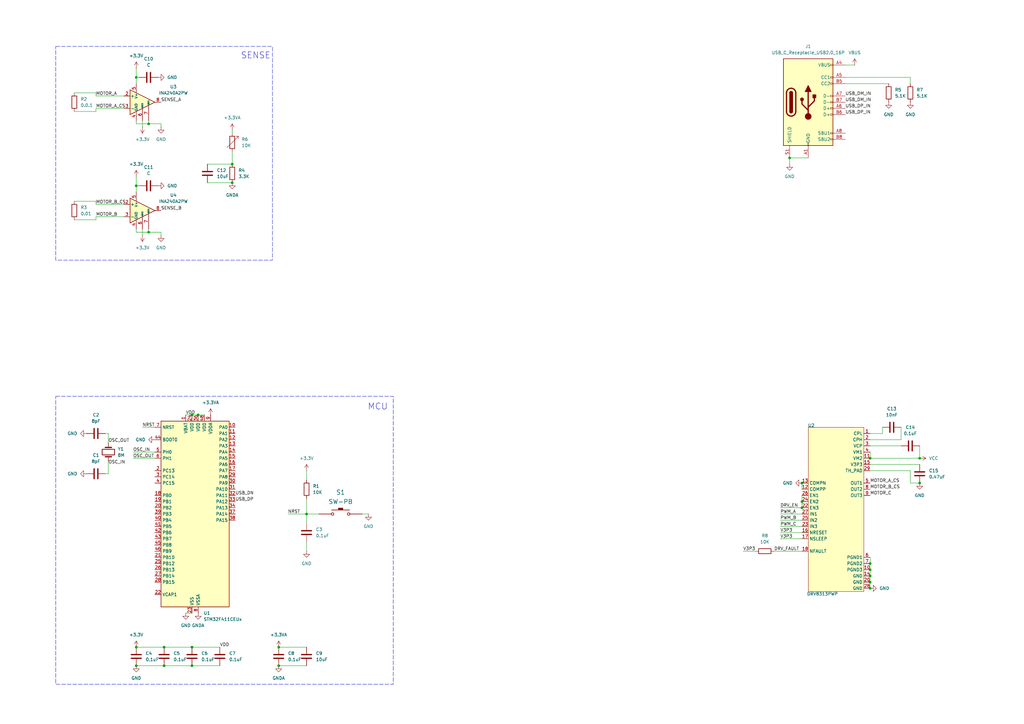
<source format=kicad_sch>
(kicad_sch (version 20231120) (generator "eeschema") (generator_version "8.0")
  (paper "A3")
  (lib_symbols
    (symbol "Amplifier_Current:INA240A2PW" (pin_names (offset 0.127))
      (property "Reference" "U" (at 3.81 3.81 0))
      (property "Value" "INA240A2PW" (at 3.81 -2.54 0))
      (symbol "INA240A2PW_0_1"
        (polyline (pts (xy 5.08 0) (xy -5.08 5.08) (xy -5.08 -5.08) (xy 5.08 0)) (stroke (width 0.254)) (fill (type background)))
      )
      (symbol "INA240A2PW_1_1"
        (pin passive line (at -2.54 -7.62 90) (length 3.81) hide (name "GND") (number "1"))
        (pin input line (at -7.62 2.54 0) (length 2.54) (name "+") (number "2"))
        (pin input line (at -7.62 -2.54 0) (length 2.54) (name "-") (number "3"))
        (pin power_in line (at -2.54 -7.62 90) (length 3.81) (name "GND") (number "4"))
        (pin power_in line (at -2.54 7.62 270) (length 3.81) (name "V+") (number "5"))
        (pin passive line (at 0 -7.62 90) (length 5.08) (name "REF2") (number "6"))
        (pin passive line (at 2.54 -7.62 90) (length 6.35) (name "REF1") (number "7"))
        (pin output line (at 7.62 0 180) (length 2.54) (name "~") (number "8"))
      )
    )
    (symbol "Connector:USB_C_Receptacle_USB2.0_16P" (pin_names (offset 1.016))
      (property "Reference" "J" (at 0 22.225 0))
      (property "Value" "USB_C_Receptacle_USB2.0_16P" (at 0 19.685 0))
      (symbol "USB_C_Receptacle_USB2.0_16P_0_0"
        (rectangle (start -0.254 -17.78) (end 0.254 -16.764))
        (rectangle (start 10.16 -14.986) (end 9.144 -15.494))
        (rectangle (start 10.16 -12.446) (end 9.144 -12.954))
        (rectangle (start 10.16 -4.826) (end 9.144 -5.334))
        (rectangle (start 10.16 -2.286) (end 9.144 -2.794))
        (rectangle (start 10.16 0.254) (end 9.144 -0.254))
        (rectangle (start 10.16 2.794) (end 9.144 2.286))
        (rectangle (start 10.16 7.874) (end 9.144 7.366))
        (rectangle (start 10.16 10.414) (end 9.144 9.906))
        (rectangle (start 10.16 15.494) (end 9.144 14.986))
      )
      (symbol "USB_C_Receptacle_USB2.0_16P_0_1"
        (rectangle (start -10.16 17.78) (end 10.16 -17.78) (stroke (width 0.254)) (fill (type background)))
        (arc (start -8.89 -3.81) (mid -6.985 -5.7067) (end -5.08 -3.81) (stroke (width 0.508)))
        (arc (start -7.62 -3.81) (mid -6.985 -4.4423) (end -6.35 -3.81) (stroke (width 0.254)))
        (arc (start -7.62 -3.81) (mid -6.985 -4.4423) (end -6.35 -3.81) (stroke (width 0.254)) (fill (type outline)))
        (rectangle (start -7.62 -3.81) (end -6.35 3.81) (stroke (width 0.254)) (fill (type outline)))
        (arc (start -6.35 3.81) (mid -6.985 4.4423) (end -7.62 3.81) (stroke (width 0.254)))
        (arc (start -6.35 3.81) (mid -6.985 4.4423) (end -7.62 3.81) (stroke (width 0.254)) (fill (type outline)))
        (arc (start -5.08 3.81) (mid -6.985 5.7067) (end -8.89 3.81) (stroke (width 0.508)))
        (circle (center -2.54 1.143) (radius 0.635) (stroke (width 0.254)) (fill (type outline)))
        (circle (center 0 -5.842) (radius 1.27) (fill (type outline)))
        (polyline (pts (xy -8.89 -3.81) (xy -8.89 3.81)) (stroke (width 0.508)))
        (polyline (pts (xy -5.08 3.81) (xy -5.08 -3.81)) (stroke (width 0.508)))
        (polyline (pts (xy 0 -5.842) (xy 0 4.318)) (stroke (width 0.508)))
        (polyline (pts (xy 0 -3.302) (xy -2.54 -0.762) (xy -2.54 0.508)) (stroke (width 0.508)))
        (polyline (pts (xy 0 -2.032) (xy 2.54 0.508) (xy 2.54 1.778)) (stroke (width 0.508)))
        (polyline (pts (xy -1.27 4.318) (xy 0 6.858) (xy 1.27 4.318) (xy -1.27 4.318)) (stroke (width 0.254)) (fill (type outline)))
        (rectangle (start 1.905 1.778) (end 3.175 3.048) (stroke (width 0.254)) (fill (type outline)))
      )
      (symbol "USB_C_Receptacle_USB2.0_16P_1_1"
        (pin passive line (at 0 -22.86 90) (length 5.08) (name "GND") (number "A1"))
        (pin passive line (at 0 -22.86 90) (length 5.08) hide (name "GND") (number "A12"))
        (pin passive line (at 15.24 15.24 180) (length 5.08) (name "VBUS") (number "A4"))
        (pin bidirectional line (at 15.24 10.16 180) (length 5.08) (name "CC1") (number "A5"))
        (pin bidirectional line (at 15.24 -2.54 180) (length 5.08) (name "D+") (number "A6"))
        (pin bidirectional line (at 15.24 2.54 180) (length 5.08) (name "D-") (number "A7"))
        (pin bidirectional line (at 15.24 -12.7 180) (length 5.08) (name "SBU1") (number "A8"))
        (pin passive line (at 15.24 15.24 180) (length 5.08) hide (name "VBUS") (number "A9"))
        (pin passive line (at 0 -22.86 90) (length 5.08) hide (name "GND") (number "B1"))
        (pin passive line (at 0 -22.86 90) (length 5.08) hide (name "GND") (number "B12"))
        (pin passive line (at 15.24 15.24 180) (length 5.08) hide (name "VBUS") (number "B4"))
        (pin bidirectional line (at 15.24 7.62 180) (length 5.08) (name "CC2") (number "B5"))
        (pin bidirectional line (at 15.24 -5.08 180) (length 5.08) (name "D+") (number "B6"))
        (pin bidirectional line (at 15.24 0 180) (length 5.08) (name "D-") (number "B7"))
        (pin bidirectional line (at 15.24 -15.24 180) (length 5.08) (name "SBU2") (number "B8"))
        (pin passive line (at 15.24 15.24 180) (length 5.08) hide (name "VBUS") (number "B9"))
        (pin passive line (at -7.62 -22.86 90) (length 5.08) (name "SHIELD") (number "S1"))
      )
    )
    (symbol "Device:C" (pin_numbers hide) (pin_names (offset 0.254))
      (property "Reference" "C" (at 0.635 2.54 0))
      (property "Value" "C" (at 0.635 -2.54 0))
      (symbol "C_0_1"
        (polyline (pts (xy -2.032 -0.762) (xy 2.032 -0.762)) (stroke (width 0.508)))
        (polyline (pts (xy -2.032 0.762) (xy 2.032 0.762)) (stroke (width 0.508)))
      )
      (symbol "C_1_1"
        (pin passive line (at 0 3.81 270) (length 2.794) (name "~") (number "1"))
        (pin passive line (at 0 -3.81 90) (length 2.794) (name "~") (number "2"))
      )
    )
    (symbol "Device:Crystal" (pin_numbers hide) (pin_names (offset 1.016) hide)
      (property "Reference" "Y" (at 0 3.81 0))
      (property "Value" "Crystal" (at 0 -3.81 0))
      (symbol "Crystal_0_1"
        (rectangle (start -1.143 2.54) (end 1.143 -2.54) (stroke (width 0.3048)))
        (polyline (pts (xy -2.54 0) (xy -1.905 0)))
        (polyline (pts (xy -1.905 -1.27) (xy -1.905 1.27)) (stroke (width 0.508)))
        (polyline (pts (xy 1.905 -1.27) (xy 1.905 1.27)) (stroke (width 0.508)))
        (polyline (pts (xy 2.54 0) (xy 1.905 0)))
      )
      (symbol "Crystal_1_1"
        (pin passive line (at -3.81 0 0) (length 1.27) (name "1") (number "1"))
        (pin passive line (at 3.81 0 180) (length 1.27) (name "2") (number "2"))
      )
    )
    (symbol "Device:R" (pin_numbers hide) (pin_names (offset 0))
      (property "Reference" "R" (at 2.032 0 90))
      (property "Value" "R" (at 0 0 90))
      (symbol "R_0_1"
        (rectangle (start -1.016 -2.54) (end 1.016 2.54) (stroke (width 0.254)))
      )
      (symbol "R_1_1"
        (pin passive line (at 0 3.81 270) (length 1.27) (name "~") (number "1"))
        (pin passive line (at 0 -3.81 90) (length 1.27) (name "~") (number "2"))
      )
    )
    (symbol "Device:R_Variable" (pin_numbers hide) (pin_names (offset 0))
      (property "Reference" "R" (at 2.54 -2.54 90))
      (property "Value" "R_Variable" (at -2.54 -1.27 90))
      (symbol "R_Variable_0_1"
        (rectangle (start -1.016 -2.54) (end 1.016 2.54) (stroke (width 0.254)))
        (polyline (pts (xy 2.54 1.524) (xy 2.54 2.54) (xy 1.524 2.54) (xy 2.54 2.54) (xy -2.032 -2.032)))
      )
      (symbol "R_Variable_1_1"
        (pin passive line (at 0 3.81 270) (length 1.27) (name "~") (number "1"))
        (pin passive line (at 0 -3.81 90) (length 1.27) (name "~") (number "2"))
      )
    )
    (symbol "MCU_ST_STM32F4:STM32F411CEUx"
      (property "Reference" "U" (at -12.7 39.37 0))
      (property "Value" "STM32F411CEUx" (at 10.16 39.37 0))
      (symbol "STM32F411CEUx_0_1"
        (rectangle (start -12.7 -38.1) (end 15.24 38.1) (stroke (width 0.254)) (fill (type background)))
      )
      (symbol "STM32F411CEUx_1_1"
        (pin power_in line (at -2.54 40.64 270) (length 2.54) (name "VBAT") (number "1"))
        (pin bidirectional line (at 17.78 35.56 180) (length 2.54) (name "PA0") (number "10"))
        (pin bidirectional line (at 17.78 33.02 180) (length 2.54) (name "PA1") (number "11"))
        (pin bidirectional line (at 17.78 30.48 180) (length 2.54) (name "PA2") (number "12"))
        (pin bidirectional line (at 17.78 27.94 180) (length 2.54) (name "PA3") (number "13"))
        (pin bidirectional line (at 17.78 25.4 180) (length 2.54) (name "PA4") (number "14"))
        (pin bidirectional line (at 17.78 22.86 180) (length 2.54) (name "PA5") (number "15"))
        (pin bidirectional line (at 17.78 20.32 180) (length 2.54) (name "PA6") (number "16"))
        (pin bidirectional line (at 17.78 17.78 180) (length 2.54) (name "PA7") (number "17"))
        (pin bidirectional line (at -15.24 7.62 0) (length 2.54) (name "PB0") (number "18"))
        (pin bidirectional line (at -15.24 5.08 0) (length 2.54) (name "PB1") (number "19"))
        (pin bidirectional line (at -15.24 17.78 0) (length 2.54) (name "PC13") (number "2"))
        (pin bidirectional line (at -15.24 2.54 0) (length 2.54) (name "PB2") (number "20"))
        (pin bidirectional line (at -15.24 -17.78 0) (length 2.54) (name "PB10") (number "21"))
        (pin power_out line (at -15.24 -33.02 0) (length 2.54) (name "VCAP1") (number "22"))
        (pin power_in line (at 0 -40.64 90) (length 2.54) (name "VSS") (number "23"))
        (pin power_in line (at 0 40.64 270) (length 2.54) (name "VDD") (number "24"))
        (pin bidirectional line (at -15.24 -20.32 0) (length 2.54) (name "PB12") (number "25"))
        (pin bidirectional line (at -15.24 -22.86 0) (length 2.54) (name "PB13") (number "26"))
        (pin bidirectional line (at -15.24 -25.4 0) (length 2.54) (name "PB14") (number "27"))
        (pin bidirectional line (at -15.24 -27.94 0) (length 2.54) (name "PB15") (number "28"))
        (pin bidirectional line (at 17.78 15.24 180) (length 2.54) (name "PA8") (number "29"))
        (pin bidirectional line (at -15.24 15.24 0) (length 2.54) (name "PC14") (number "3"))
        (pin bidirectional line (at 17.78 12.7 180) (length 2.54) (name "PA9") (number "30"))
        (pin bidirectional line (at 17.78 10.16 180) (length 2.54) (name "PA10") (number "31"))
        (pin bidirectional line (at 17.78 7.62 180) (length 2.54) (name "PA11") (number "32"))
        (pin bidirectional line (at 17.78 5.08 180) (length 2.54) (name "PA12") (number "33"))
        (pin bidirectional line (at 17.78 2.54 180) (length 2.54) (name "PA13") (number "34"))
        (pin passive line (at 0 -40.64 90) (length 2.54) hide (name "VSS") (number "35"))
        (pin power_in line (at 2.54 40.64 270) (length 2.54) (name "VDD") (number "36"))
        (pin bidirectional line (at 17.78 0 180) (length 2.54) (name "PA14") (number "37"))
        (pin bidirectional line (at 17.78 -2.54 180) (length 2.54) (name "PA15") (number "38"))
        (pin bidirectional line (at -15.24 0 0) (length 2.54) (name "PB3") (number "39"))
        (pin bidirectional line (at -15.24 12.7 0) (length 2.54) (name "PC15") (number "4"))
        (pin bidirectional line (at -15.24 -2.54 0) (length 2.54) (name "PB4") (number "40"))
        (pin bidirectional line (at -15.24 -5.08 0) (length 2.54) (name "PB5") (number "41"))
        (pin bidirectional line (at -15.24 -7.62 0) (length 2.54) (name "PB6") (number "42"))
        (pin bidirectional line (at -15.24 -10.16 0) (length 2.54) (name "PB7") (number "43"))
        (pin input line (at -15.24 30.48 0) (length 2.54) (name "BOOT0") (number "44"))
        (pin bidirectional line (at -15.24 -12.7 0) (length 2.54) (name "PB8") (number "45"))
        (pin bidirectional line (at -15.24 -15.24 0) (length 2.54) (name "PB9") (number "46"))
        (pin passive line (at 0 -40.64 90) (length 2.54) hide (name "VSS") (number "47"))
        (pin power_in line (at 5.08 40.64 270) (length 2.54) (name "VDD") (number "48"))
        (pin passive line (at 0 -40.64 90) (length 2.54) hide (name "VSS") (number "49"))
        (pin bidirectional line (at -15.24 25.4 0) (length 2.54) (name "PH0") (number "5"))
        (pin bidirectional line (at -15.24 22.86 0) (length 2.54) (name "PH1") (number "6"))
        (pin input line (at -15.24 35.56 0) (length 2.54) (name "NRST") (number "7"))
        (pin power_in line (at 2.54 -40.64 90) (length 2.54) (name "VSSA") (number "8"))
        (pin power_in line (at 7.62 40.64 270) (length 2.54) (name "VDDA") (number "9"))
      )
    )
    (symbol "my_lib:DRV8313PWP"
      (property "Reference" "U" (at 0.508 1.016 0))
      (property "Value" "DRV8313PWP" (at 5.842 -68.58 0))
      (symbol "DRV8313PWP_0_1"
        (rectangle (start 0 0) (end 22.86 -67.31) (fill (type background)))
      )
      (symbol "DRV8313PWP_1_1"
        (pin passive line (at 25.4 -2.54 180) (length 2.54) (name "CPL") (number "1"))
        (pin passive line (at 25.4 -58.42 180) (length 2.54) (name "PGND3") (number "10"))
        (pin passive line (at 25.4 -12.7 180) (length 2.54) (name "VM2") (number "11"))
        (pin input line (at -2.54 -25.4 0) (length 2.54) (name "COMPP") (number "12"))
        (pin input line (at -2.54 -22.86 0) (length 2.54) (name "COMPN") (number "13"))
        (pin passive line (at 25.4 -60.96 180) (length 2.54) (name "GND") (number "14"))
        (pin passive line (at 25.4 -15.24 180) (length 2.54) (name "V3P3") (number "15"))
        (pin input line (at -2.54 -43.18 0) (length 2.54) (name "NRESET") (number "16"))
        (pin input line (at -2.54 -45.72 0) (length 2.54) (name "NSLEEP") (number "17"))
        (pin bidirectional line (at -2.54 -50.8 0) (length 2.54) (name "NFAULT") (number "18"))
        (pin passive line (at 25.4 -5.08 180) (length 2.54) (name "CPH") (number "2"))
        (pin passive line (at 25.4 -63.5 180) (length 2.54) (name "GND") (number "20"))
        (pin input line (at -2.54 -33.02 0) (length 2.54) (name "EN3") (number "22"))
        (pin input line (at -2.54 -40.64 0) (length 2.54) (name "IN3") (number "23"))
        (pin input line (at -2.54 -30.48 0) (length 2.54) (name "EN2") (number "24"))
        (pin input line (at -2.54 -38.1 0) (length 2.54) (name "IN2") (number "25"))
        (pin input line (at -2.54 -27.94 0) (length 2.54) (name "EN1") (number "26"))
        (pin input line (at -2.54 -35.56 0) (length 2.54) (name "IN1") (number "27"))
        (pin passive line (at 25.4 -66.04 180) (length 2.54) (name "GND") (number "28"))
        (pin passive line (at 25.4 -17.78 180) (length 2.54) (name "TH_PAD") (number "29"))
        (pin passive line (at 25.4 -7.62 180) (length 2.54) (name "VCP") (number "3"))
        (pin passive line (at 25.4 -10.16 180) (length 2.54) (name "VM1") (number "4"))
        (pin output line (at 25.4 -22.86 180) (length 2.54) (name "OUT1") (number "5"))
        (pin passive line (at 25.4 -53.34 180) (length 2.54) (name "PGND1") (number "6"))
        (pin passive line (at 25.4 -55.88 180) (length 2.54) (name "PGND2") (number "7"))
        (pin output line (at 25.4 -25.4 180) (length 2.54) (name "OUT2") (number "8"))
        (pin output line (at 25.4 -27.94 180) (length 2.54) (name "OUT3") (number "9"))
      )
    )
    (symbol "my_lib:SW-PB"
      (property "Reference" "S" (at -0.254 0.254 0))
      (property "Value" "SW-PB" (at -0.254 -5.842 0))
      (symbol "SW-PB_1_0"
        (polyline (pts (xy 0 -0.762) (xy 0 -1.016) (xy 7.62 -1.016) (xy 7.62 -0.762) (xy 4.826 -0.762) (xy 4.826 0) (xy 2.794 0) (xy 2.794 -0.762) (xy 0 -0.762)) (stroke (width -0.0001)) (fill (type outline)))
        (circle (center 0.508 -2.54) (radius 0.508) (stroke (width 0.254)))
        (circle (center 7.112 -2.54) (radius 0.508) (stroke (width 0.254)))
        (pin passive line (at -5.08 -2.54 0) (length 5.08) (name "1") (number "1"))
        (pin passive line (at 12.7 -2.54 180) (length 5.08) (name "2") (number "2"))
      )
    )
    (symbol "power:+3.3V" (power) (pin_numbers hide) (pin_names (offset 0) hide)
      (property "Value" "+3.3V" (at 0 3.556 0))
      (symbol "+3.3V_0_1"
        (polyline (pts (xy -0.762 1.27) (xy 0 2.54)))
        (polyline (pts (xy 0 0) (xy 0 2.54)))
        (polyline (pts (xy 0 2.54) (xy 0.762 1.27)))
      )
      (symbol "+3.3V_1_1"
        (pin power_in line (at 0 0 90) (length 0) (name "~") (number "1"))
      )
    )
    (symbol "power:+3.3VA" (power) (pin_numbers hide) (pin_names (offset 0) hide)
      (property "Value" "+3.3VA" (at 0 3.556 0))
      (symbol "+3.3VA_0_1"
        (polyline (pts (xy -0.762 1.27) (xy 0 2.54)))
        (polyline (pts (xy 0 0) (xy 0 2.54)))
        (polyline (pts (xy 0 2.54) (xy 0.762 1.27)))
      )
      (symbol "+3.3VA_1_1"
        (pin power_in line (at 0 0 90) (length 0) (name "~") (number "1"))
      )
    )
    (symbol "power:GND" (power) (pin_numbers hide) (pin_names (offset 0) hide)
      (property "Value" "GND" (at 0 -3.81 0))
      (symbol "GND_0_1"
        (polyline (pts (xy 0 0) (xy 0 -1.27) (xy 1.27 -1.27) (xy 0 -2.54) (xy -1.27 -1.27) (xy 0 -1.27)))
      )
      (symbol "GND_1_1"
        (pin power_in line (at 0 0 270) (length 0) (name "~") (number "1"))
      )
    )
    (symbol "power:GNDA" (power) (pin_numbers hide) (pin_names (offset 0) hide)
      (property "Value" "GNDA" (at 0 -3.81 0))
      (symbol "GNDA_0_1"
        (polyline (pts (xy 0 0) (xy 0 -1.27) (xy 1.27 -1.27) (xy 0 -2.54) (xy -1.27 -1.27) (xy 0 -1.27)))
      )
      (symbol "GNDA_1_1"
        (pin power_in line (at 0 0 270) (length 0) (name "~") (number "1"))
      )
    )
    (symbol "power:VBUS" (power) (pin_numbers hide) (pin_names (offset 0) hide)
      (property "Value" "VBUS" (at 0 3.556 0))
      (symbol "VBUS_0_1"
        (polyline (pts (xy -0.762 1.27) (xy 0 2.54)))
        (polyline (pts (xy 0 0) (xy 0 2.54)))
        (polyline (pts (xy 0 2.54) (xy 0.762 1.27)))
      )
      (symbol "VBUS_1_1"
        (pin power_in line (at 0 0 90) (length 0) (name "~") (number "1"))
      )
    )
    (symbol "power:VCC" (power) (pin_numbers hide) (pin_names (offset 0) hide)
      (property "Value" "VCC" (at 0 3.556 0))
      (symbol "VCC_0_1"
        (polyline (pts (xy -0.762 1.27) (xy 0 2.54)))
        (polyline (pts (xy 0 0) (xy 0 2.54)))
        (polyline (pts (xy 0 2.54) (xy 0.762 1.27)))
      )
      (symbol "VCC_1_1"
        (pin power_in line (at 0 0 90) (length 0) (name "~") (number "1"))
      )
    )
  )
  (junction (at 328.93 208.28))
  (junction (at 114.3 273.05))
  (junction (at 60.96 50.8))
  (junction (at 55.88 76.2))
  (junction (at 67.31 265.43))
  (junction (at 377.19 198.12))
  (junction (at 78.74 170.18))
  (junction (at 81.28 170.18))
  (junction (at 95.25 74.93))
  (junction (at 356.87 187.96))
  (junction (at 78.74 265.43))
  (junction (at 95.25 67.31))
  (junction (at 67.31 273.05))
  (junction (at 356.87 231.14))
  (junction (at 55.88 31.75))
  (junction (at 356.87 238.76))
  (junction (at 356.87 233.68))
  (junction (at 55.88 273.05))
  (junction (at 356.87 236.22))
  (junction (at 328.93 205.74))
  (junction (at 323.85 64.77))
  (junction (at 114.3 265.43))
  (junction (at 60.96 95.25))
  (junction (at 377.19 187.96))
  (junction (at 78.74 273.05))
  (junction (at 55.88 265.43))
  (junction (at 356.87 241.3))
  (junction (at 328.93 198.12))
  (junction (at 125.73 210.82))
  (wire (pts (xy 58.42 96.52) (xy 58.42 93.98)))
  (wire (pts (xy 356.87 236.22) (xy 356.87 238.76)))
  (wire (pts (xy 356.87 190.5) (xy 377.19 190.5)))
  (wire (pts (xy 356.87 238.76) (xy 356.87 241.3)))
  (wire (pts (xy 317.5 226.06) (xy 328.93 226.06)))
  (wire (pts (xy 320.04 208.28) (xy 328.93 208.28)))
  (wire (pts (xy 39.37 82.55) (xy 39.37 83.82)))
  (wire (pts (xy 114.3 265.43) (xy 125.73 265.43)))
  (wire (pts (xy 60.96 50.8) (xy 66.04 50.8)))
  (wire (pts (xy 55.88 93.98) (xy 55.88 95.25)))
  (wire (pts (xy 30.48 45.72) (xy 39.37 45.72)))
  (wire (pts (xy 361.95 177.8) (xy 361.95 175.26)))
  (wire (pts (xy 320.04 215.9) (xy 328.93 215.9)))
  (wire (pts (xy 373.38 193.04) (xy 373.38 198.12)))
  (wire (pts (xy 323.85 64.77) (xy 323.85 67.31)))
  (wire (pts (xy 304.8 226.06) (xy 309.88 226.06)))
  (wire (pts (xy 81.28 170.18) (xy 83.82 170.18)))
  (wire (pts (xy 58.42 52.07) (xy 58.42 49.53)))
  (wire (pts (xy 54.61 185.42) (xy 63.5 185.42)))
  (wire (pts (xy 39.37 38.1) (xy 39.37 39.37)))
  (wire (pts (xy 55.88 50.8) (xy 60.96 50.8)))
  (wire (pts (xy 85.09 67.31) (xy 95.25 67.31)))
  (wire (pts (xy 373.38 31.75) (xy 373.38 34.29)))
  (wire (pts (xy 55.88 76.2) (xy 55.88 78.74)))
  (wire (pts (xy 55.88 72.39) (xy 55.88 76.2)))
  (wire (pts (xy 55.88 27.94) (xy 55.88 31.75)))
  (wire (pts (xy 114.3 273.05) (xy 125.73 273.05)))
  (wire (pts (xy 328.93 203.2) (xy 328.93 205.74)))
  (wire (pts (xy 43.18 177.8) (xy 44.45 177.8)))
  (wire (pts (xy 39.37 44.45) (xy 50.8 44.45)))
  (wire (pts (xy 78.74 170.18) (xy 81.28 170.18)))
  (wire (pts (xy 323.85 64.77) (xy 331.47 64.77)))
  (wire (pts (xy 39.37 88.9) (xy 50.8 88.9)))
  (wire (pts (xy 320.04 213.36) (xy 328.93 213.36)))
  (wire (pts (xy 30.48 38.1) (xy 39.37 38.1)))
  (wire (pts (xy 125.73 196.85) (xy 125.73 193.04)))
  (wire (pts (xy 57.15 31.75) (xy 55.88 31.75)))
  (wire (pts (xy 60.96 95.25) (xy 66.04 95.25)))
  (wire (pts (xy 78.74 251.46) (xy 76.2 251.46)))
  (wire (pts (xy 377.19 182.88) (xy 377.19 187.96)))
  (wire (pts (xy 55.88 265.43) (xy 67.31 265.43)))
  (wire (pts (xy 125.73 210.82) (xy 130.81 210.82)))
  (wire (pts (xy 67.31 273.05) (xy 78.74 273.05)))
  (wire (pts (xy 44.45 189.23) (xy 44.45 194.31)))
  (wire (pts (xy 78.74 273.05) (xy 90.17 273.05)))
  (wire (pts (xy 60.96 49.53) (xy 60.96 50.8)))
  (wire (pts (xy 346.71 34.29) (xy 364.49 34.29)))
  (wire (pts (xy 66.04 95.25) (xy 66.04 96.52)))
  (wire (pts (xy 55.88 95.25) (xy 60.96 95.25)))
  (wire (pts (xy 118.11 210.82) (xy 125.73 210.82)))
  (wire (pts (xy 369.57 175.26) (xy 369.57 180.34)))
  (wire (pts (xy 95.25 53.34) (xy 95.25 54.61)))
  (wire (pts (xy 60.96 93.98) (xy 60.96 95.25)))
  (wire (pts (xy 356.87 177.8) (xy 361.95 177.8)))
  (wire (pts (xy 148.59 210.82) (xy 151.13 210.82)))
  (wire (pts (xy 320.04 220.98) (xy 328.93 220.98)))
  (wire (pts (xy 66.04 50.8) (xy 66.04 52.07)))
  (wire (pts (xy 54.61 187.96) (xy 63.5 187.96)))
  (wire (pts (xy 43.18 194.31) (xy 44.45 194.31)))
  (wire (pts (xy 55.88 31.75) (xy 55.88 34.29)))
  (wire (pts (xy 67.31 265.43) (xy 78.74 265.43)))
  (wire (pts (xy 95.25 62.23) (xy 95.25 67.31)))
  (wire (pts (xy 369.57 180.34) (xy 356.87 180.34)))
  (wire (pts (xy 78.74 265.43) (xy 90.17 265.43)))
  (wire (pts (xy 39.37 39.37) (xy 50.8 39.37)))
  (wire (pts (xy 55.88 273.05) (xy 67.31 273.05)))
  (wire (pts (xy 57.15 76.2) (xy 55.88 76.2)))
  (wire (pts (xy 346.71 31.75) (xy 373.38 31.75)))
  (wire (pts (xy 356.87 228.6) (xy 356.87 231.14)))
  (wire (pts (xy 356.87 231.14) (xy 356.87 233.68)))
  (wire (pts (xy 328.93 198.12) (xy 328.93 200.66)))
  (wire (pts (xy 356.87 233.68) (xy 356.87 236.22)))
  (wire (pts (xy 58.42 175.26) (xy 63.5 175.26)))
  (wire (pts (xy 39.37 45.72) (xy 39.37 44.45)))
  (wire (pts (xy 85.09 74.93) (xy 95.25 74.93)))
  (wire (pts (xy 356.87 185.42) (xy 356.87 187.96)))
  (wire (pts (xy 55.88 49.53) (xy 55.88 50.8)))
  (wire (pts (xy 125.73 204.47) (xy 125.73 210.82)))
  (wire (pts (xy 44.45 177.8) (xy 44.45 181.61)))
  (wire (pts (xy 76.2 170.18) (xy 78.74 170.18)))
  (wire (pts (xy 328.93 205.74) (xy 328.93 208.28)))
  (wire (pts (xy 356.87 193.04) (xy 373.38 193.04)))
  (wire (pts (xy 125.73 210.82) (xy 125.73 214.63)))
  (wire (pts (xy 377.19 187.96) (xy 356.87 187.96)))
  (wire (pts (xy 346.71 26.67) (xy 350.52 26.67)))
  (wire (pts (xy 30.48 90.17) (xy 39.37 90.17)))
  (wire (pts (xy 39.37 83.82) (xy 50.8 83.82)))
  (wire (pts (xy 320.04 210.82) (xy 328.93 210.82)))
  (wire (pts (xy 320.04 218.44) (xy 328.93 218.44)))
  (wire (pts (xy 30.48 82.55) (xy 39.37 82.55)))
  (wire (pts (xy 373.38 198.12) (xy 377.19 198.12)))
  (wire (pts (xy 125.73 222.25) (xy 125.73 226.06)))
  (wire (pts (xy 356.87 182.88) (xy 369.57 182.88)))
  (wire (pts (xy 39.37 90.17) (xy 39.37 88.9)))
  (rectangle (start 22.86 162.56) (end 161.29 280.67) (stroke (width 0) (type dash)))
  (rectangle (start 22.86 19.05) (end 111.76 106.68) (stroke (width 0) (type dash)))
  (text "MCU" (at 154.94 166.878 0) (effects (font (size 2.54 2.54))))
  (text "SENSE" (at 104.902 22.86 0) (effects (font (size 2.54 2.54))))
  (label "VDD" (at 90.17 265.43 0))
  (label "NRST" (at 58.42 175.26 0))
  (label "DRV_FAULT" (at 317.5 226.06 0))
  (label "OSC_IN" (at 54.61 185.42 0))
  (label "V3P3" (at 320.04 218.44 0))
  (label "USB_DP_IN" (at 346.71 44.45 0))
  (label "PWM_C" (at 320.04 215.9 0))
  (label "PWM_A" (at 320.04 210.82 0))
  (label "MOTOR_B" (at 39.37 88.9 0))
  (label "SENSE_B" (at 66.04 86.36 0))
  (label "MOTOR_C" (at 356.87 203.2 0))
  (label "USB_DP_IN" (at 346.71 46.99 0))
  (label "OSC_IN" (at 44.45 190.5 0))
  (label "USB_DN" (at 96.52 203.2 0))
  (label "OSC_OUT" (at 44.45 181.61 0))
  (label "V3P3" (at 320.04 220.98 0))
  (label "USB_DM_IN" (at 346.71 41.91 0))
  (label "MOTOR_B_CS" (at 356.87 200.66 0))
  (label "PWM_B" (at 320.04 213.36 0))
  (label "MOTOR_A_CS" (at 356.87 198.12 0))
  (label "MOTOR_A" (at 39.37 39.37 0))
  (label "V3P3" (at 304.8 226.06 0))
  (label "SENSE_A" (at 66.04 41.91 0))
  (label "NRST" (at 118.11 210.82 0))
  (label "VDD" (at 76.2 170.18 0))
  (label "DRV_EN" (at 320.04 208.28 0))
  (label "USB_DM_IN" (at 346.71 39.37 0))
  (label "MOTOR_A_CS" (at 39.37 44.45 0))
  (label "OSC_OUT" (at 54.61 187.96 0))
  (label "MOTOR_B_CS" (at 39.37 83.82 0))
  (label "USB_DP" (at 96.52 205.74 0))
  (symbol (lib_id "power:VCC") (at 377.19 187.96 270) (unit 1)
    (property "Reference" "#PWR028" (effects (hide yes)))
    (property "Value" "VCC" (at 381 187.9599 90) (effects (justify left)))
    (property "Description" "Power symbol creates a global label with name \"VCC\"" (effects (hide yes)))
  )
  (symbol (lib_id "Device:C") (at 85.09 71.12 0) (unit 1)
    (property "Reference" "C12" (at 88.9 69.8499 0) (effects (justify left)))
    (property "Value" "10uF" (at 88.9 72.3899 0) (effects (justify left)))
    (property "Description" "Unpolarized capacitor" (effects (hide yes)))
  )
  (symbol (lib_id "Device:C") (at 39.37 194.31 90) (unit 1)
    (property "Reference" "C1" (at 39.37 186.69 90))
    (property "Value" "8pF" (at 39.37 189.23 90))
    (property "Description" "Unpolarized capacitor" (effects (hide yes)))
  )
  (symbol (lib_id "Device:R") (at 30.48 86.36 0) (unit 1)
    (property "Reference" "R3" (at 33.02 85.0899 0) (effects (justify left)))
    (property "Value" "0.01" (at 33.02 87.6299 0) (effects (justify left)))
    (property "Description" "Resistor" (effects (hide yes)))
  )
  (symbol (lib_id "power:GND") (at 64.77 31.75 90) (unit 1)
    (property "Reference" "#PWR016" (effects (hide yes)))
    (property "Value" "GND" (at 68.58 31.7499 90) (effects (justify right)))
    (property "Description" "Power symbol creates a global label with name \"GND\" , ground" (effects (hide yes)))
  )
  (symbol (lib_id "power:GND") (at 55.88 273.05 0) (unit 1)
    (property "Reference" "#PWR06" (effects (hide yes)))
    (property "Value" "GND" (at 55.88 278.13 0))
    (property "Description" "Power symbol creates a global label with name \"GND\" , ground" (effects (hide yes)))
  )
  (symbol (lib_id "power:GNDA") (at 95.25 74.93 0) (unit 1)
    (property "Reference" "#PWR023" (effects (hide yes)))
    (property "Value" "GNDA" (at 95.25 80.01 0))
    (property "Description" "Power symbol creates a global label with name \"GNDA\" , analog ground" (effects (hide yes)))
  )
  (symbol (lib_id "power:GND") (at 35.56 194.31 270) (unit 1)
    (property "Reference" "#PWR01" (effects (hide yes)))
    (property "Value" "GND" (at 31.75 194.3099 90) (effects (justify right)))
    (property "Description" "Power symbol creates a global label with name \"GND\" , ground" (effects (hide yes)))
  )
  (symbol (lib_id "Connector:USB_C_Receptacle_USB2.0_16P") (at 331.47 41.91 0) (unit 1)
    (property "Reference" "J1" (at 331.47 19.05 0))
    (property "Value" "USB_C_Receptacle_USB2.0_16P" (at 331.47 21.59 0))
    (property "Footprint" "Connector_USB:USB_C_Receptacle_G-Switch_GT-USB-7010ASV" (effects (hide yes)))
    (property "Datasheet" "https://www.usb.org/sites/default/files/documents/usb_type-c.zip" (effects (hide yes)))
    (property "Description" "USB 2.0-only 16P Type-C Receptacle connector" (effects (hide yes)))
  )
  (symbol (lib_id "Device:C") (at 365.76 175.26 90) (unit 1)
    (property "Reference" "C13" (at 365.76 167.64 90))
    (property "Value" "10nF" (at 365.76 170.18 90))
    (property "Description" "Unpolarized capacitor" (effects (hide yes)))
  )
  (symbol (lib_id "my_lib:DRV8313PWP") (at 331.47 175.26 0) (unit 1)
    (property "Reference" "U2" (at 332.74 174.498 0))
    (property "Value" "DRV8313PWP" (at 337.312 243.586 0))
    (property "Footprint" "Package_SO:HTSSOP-28-1EP_4.4x9.7mm_P0.65mm_EP2.75x6.2mm" (effects (hide yes)))
    (property "Datasheet" "https://www.ti.com.cn/cn/lit/ds/symlink/drv8313.pdf?ts=1716640164449&ref_url=https%253A%252F%252Fwww.ti.com.cn%252Fproduct%252Fcn%252FDRV8313%252Fpart-details%252FDRV8313RHHR" (effects (hide yes)))
    (property "Description" "具有集成 FET、65V 最大电压、3A 峰值电流的三相电机驱动器" (effects (hide yes)))
  )
  (symbol (lib_id "power:+3.3V") (at 125.73 193.04 0) (unit 1)
    (property "Reference" "#PWR03" (effects (hide yes)))
    (property "Value" "+3.3V" (at 125.73 187.96 0))
    (property "Description" "Power symbol creates a global label with name \"+3.3V\"" (effects (hide yes)))
  )
  (symbol (lib_id "Device:C") (at 39.37 177.8 90) (unit 1)
    (property "Reference" "C2" (at 39.37 170.18 90))
    (property "Value" "8pF" (at 39.37 172.72 90))
    (property "Description" "Unpolarized capacitor" (effects (hide yes)))
  )
  (symbol (lib_id "power:GND") (at 35.56 177.8 270) (unit 1)
    (property "Reference" "#PWR02" (effects (hide yes)))
    (property "Value" "GND" (at 31.75 177.7999 90) (effects (justify right)))
    (property "Description" "Power symbol creates a global label with name \"GND\" , ground" (effects (hide yes)))
  )
  (symbol (lib_id "Device:C") (at 125.73 269.24 0) (unit 1)
    (property "Reference" "C9" (at 129.54 267.9699 0) (effects (justify left)))
    (property "Value" "10uF" (at 129.54 270.5099 0) (effects (justify left)))
    (property "Description" "Unpolarized capacitor" (effects (hide yes)))
  )
  (symbol (lib_id "power:GND") (at 323.85 67.31 0) (unit 1)
    (property "Reference" "#PWR024" (effects (hide yes)))
    (property "Value" "GND" (at 323.85 72.39 0))
    (property "Description" "Power symbol creates a global label with name \"GND\" , ground" (effects (hide yes)))
  )
  (symbol (lib_id "power:GND") (at 66.04 96.52 0) (unit 1)
    (property "Reference" "#PWR021" (effects (hide yes)))
    (property "Value" "GND" (at 66.04 101.6 0))
    (property "Description" "Power symbol creates a global label with name \"GND\" , ground" (effects (hide yes)))
  )
  (symbol (lib_id "power:+3.3V") (at 58.42 52.07 180) (unit 1)
    (property "Reference" "#PWR014" (effects (hide yes)))
    (property "Value" "+3.3V" (at 58.42 57.15 0))
    (property "Description" "Power symbol creates a global label with name \"+3.3V\"" (effects (hide yes)))
  )
  (symbol (lib_id "power:GNDA") (at 114.3 273.05 0) (unit 1)
    (property "Reference" "#PWR08" (effects (hide yes)))
    (property "Value" "GNDA" (at 114.3 278.13 0))
    (property "Description" "Power symbol creates a global label with name \"GNDA\" , analog ground" (effects (hide yes)))
  )
  (symbol (lib_id "power:+3.3VA") (at 114.3 265.43 0) (unit 1)
    (property "Reference" "#PWR09" (effects (hide yes)))
    (property "Value" "+3.3VA" (at 114.3 260.35 0))
    (property "Description" "Power symbol creates a global label with name \"+3.3VA\"" (effects (hide yes)))
  )
  (symbol (lib_id "power:VBUS") (at 350.52 26.67 0) (unit 1)
    (property "Reference" "#PWR027" (effects (hide yes)))
    (property "Value" "VBUS" (at 350.52 21.59 0))
    (property "Description" "Power symbol creates a global label with name \"VBUS\"" (effects (hide yes)))
  )
  (symbol (lib_id "Device:C") (at 114.3 269.24 0) (unit 1)
    (property "Reference" "C8" (at 118.11 267.9699 0) (effects (justify left)))
    (property "Value" "0.1uF" (at 118.11 270.5099 0) (effects (justify left)))
    (property "Description" "Unpolarized capacitor" (effects (hide yes)))
  )
  (symbol (lib_id "my_lib:SW-PB") (at 135.89 208.28 0) (unit 1)
    (property "Reference" "S1" (at 139.7 201.93 0) (effects (font (size 1.8288 1.8288))))
    (property "Value" "SW-PB" (at 139.7 205.74 0) (effects (font (size 1.8288 1.8288))))
    (property "Footprint" "mylib:SMD_6X6X4.3" (effects (hide yes)))
    (property "Description" "Switch" (effects (hide yes)))
    (property "PUBLISHED" "24-Mar-1999" (effects (hide yes)))
    (property "LATESTREVISIONDATE" "17-Jul-2002" (effects (hide yes)))
    (property "LATESTREVISIONNOTE" "Re-released for DXP Platform." (effects (hide yes)))
    (property "PACKAGEREFERENCE" "SPST-2" (effects (hide yes)))
    (property "PUBLISHER" "Altium Limited" (effects (hide yes)))
    (property "PACKAGEDESCRIPTION" "Switch; 2 Leads" (effects (hide yes)))
  )
  (symbol (lib_id "Device:C") (at 377.19 194.31 0) (unit 1)
    (property "Reference" "C15" (at 381 193.0399 0) (effects (justify left)))
    (property "Value" "0.47uF" (at 381 195.5799 0) (effects (justify left)))
    (property "Description" "Unpolarized capacitor" (effects (hide yes)))
  )
  (symbol (lib_id "power:+3.3V") (at 58.42 96.52 180) (unit 1)
    (property "Reference" "#PWR019" (effects (hide yes)))
    (property "Value" "+3.3V" (at 58.42 101.6 0))
    (property "Description" "Power symbol creates a global label with name \"+3.3V\"" (effects (hide yes)))
  )
  (symbol (lib_id "Device:C") (at 90.17 269.24 0) (unit 1)
    (property "Reference" "C7" (at 93.98 267.9699 0) (effects (justify left)))
    (property "Value" "0.1uF" (at 93.98 270.5099 0) (effects (justify left)))
    (property "Description" "Unpolarized capacitor" (effects (hide yes)))
  )
  (symbol (lib_id "power:GND") (at 125.73 226.06 0) (unit 1)
    (property "Reference" "#PWR05" (effects (hide yes)))
    (property "Value" "GND" (at 125.73 231.14 0))
    (property "Description" "Power symbol creates a global label with name \"GND\" , ground" (effects (hide yes)))
  )
  (symbol (lib_id "Device:C") (at 55.88 269.24 0) (unit 1)
    (property "Reference" "C4" (at 59.69 267.9699 0) (effects (justify left)))
    (property "Value" "0.1uF" (at 59.69 270.5099 0) (effects (justify left)))
    (property "Description" "Unpolarized capacitor" (effects (hide yes)))
  )
  (symbol (lib_id "Amplifier_Current:INA240A2PW") (at 58.42 41.91 0) (unit 1)
    (property "Reference" "U3" (at 71.12 35.5914 0))
    (property "Value" "INA240A2PW" (at 71.12 38.1314 0))
    (property "Footprint" "Package_SO:TSSOP-8_4.4x3mm_P0.65mm" (effects (hide yes)))
    (property "Datasheet" "http://www.ti.com/lit/ds/symlink/ina240.pdf" (effects (hide yes)))
    (property "Description" "High- and Low-Side, Bidirectional, Zero-Drift, Current-Sense Amplifier With Enhanced PWM Rejection, 50V/V, TSSOP-8" (effects (hide yes)))
  )
  (symbol (lib_id "Device:R") (at 313.69 226.06 90) (unit 1)
    (property "Reference" "R8" (at 313.69 219.71 90))
    (property "Value" "10K" (at 313.69 222.25 90))
    (property "Description" "Resistor" (effects (hide yes)))
  )
  (symbol (lib_id "Device:R") (at 30.48 41.91 180) (unit 1)
    (property "Reference" "R2" (at 33.02 40.6399 0) (effects (justify right)))
    (property "Value" "0.0.1" (at 33.02 43.1799 0) (effects (justify right)))
    (property "Description" "Resistor" (effects (hide yes)))
  )
  (symbol (lib_id "Device:R") (at 125.73 200.66 0) (unit 1)
    (property "Reference" "R1" (at 128.27 199.3899 0) (effects (justify left)))
    (property "Value" "10K" (at 128.27 201.9299 0) (effects (justify left)))
    (property "Description" "Resistor" (effects (hide yes)))
  )
  (symbol (lib_id "power:+3.3VA") (at 95.25 53.34 0) (unit 1)
    (property "Reference" "#PWR022" (effects (hide yes)))
    (property "Value" "+3.3VA" (at 95.25 48.26 0))
    (property "Description" "Power symbol creates a global label with name \"+3.3VA\"" (effects (hide yes)))
  )
  (symbol (lib_id "Device:R") (at 364.49 38.1 0) (unit 1)
    (property "Reference" "R5" (at 367.03 36.8299 0) (effects (justify left)))
    (property "Value" "5.1K" (at 367.03 39.3699 0) (effects (justify left)))
    (property "Description" "Resistor" (effects (hide yes)))
  )
  (symbol (lib_id "power:GND") (at 373.38 41.91 0) (unit 1)
    (property "Reference" "#PWR026" (effects (hide yes)))
    (property "Value" "GND" (at 373.38 46.99 0))
    (property "Description" "Power symbol creates a global label with name \"GND\" , ground" (effects (hide yes)))
  )
  (symbol (lib_id "power:+3.3V") (at 55.88 27.94 0) (unit 1)
    (property "Reference" "#PWR017" (effects (hide yes)))
    (property "Value" "+3.3V" (at 55.88 22.86 0))
    (property "Description" "Power symbol creates a global label with name \"+3.3V\"" (effects (hide yes)))
  )
  (symbol (lib_id "Device:R") (at 95.25 71.12 0) (unit 1)
    (property "Reference" "R4" (at 97.79 69.8499 0) (effects (justify left)))
    (property "Value" "3.3K" (at 97.79 72.3899 0) (effects (justify left)))
    (property "Description" "Resistor" (effects (hide yes)))
  )
  (symbol (lib_id "Device:R_Variable") (at 95.25 58.42 0) (unit 1)
    (property "Reference" "R6" (at 99.06 57.1499 0) (effects (justify left)))
    (property "Value" "10K" (at 99.06 59.6899 0) (effects (justify left)))
    (property "Description" "Variable resistor" (effects (hide yes)))
  )
  (symbol (lib_id "Device:C") (at 373.38 182.88 90) (unit 1)
    (property "Reference" "C14" (at 373.38 175.26 90))
    (property "Value" "0.1uF" (at 373.38 177.8 90))
    (property "Description" "Unpolarized capacitor" (effects (hide yes)))
  )
  (symbol (lib_id "power:GND") (at 151.13 210.82 0) (unit 1)
    (property "Reference" "#PWR04" (effects (hide yes)))
    (property "Value" "GND" (at 151.13 215.9 0))
    (property "Description" "Power symbol creates a global label with name \"GND\" , ground" (effects (hide yes)))
  )
  (symbol (lib_id "Device:C") (at 60.96 31.75 90) (unit 1)
    (property "Reference" "C10" (at 60.96 24.13 90))
    (property "Value" "C" (at 60.96 26.67 90))
    (property "Description" "Unpolarized capacitor" (effects (hide yes)))
  )
  (symbol (lib_id "power:GND") (at 64.77 76.2 90) (unit 1)
    (property "Reference" "#PWR020" (effects (hide yes)))
    (property "Value" "GND" (at 68.58 76.1999 90) (effects (justify right)))
    (property "Description" "Power symbol creates a global label with name \"GND\" , ground" (effects (hide yes)))
  )
  (symbol (lib_id "Device:C") (at 78.74 269.24 0) (unit 1)
    (property "Reference" "C6" (at 82.55 267.9699 0) (effects (justify left)))
    (property "Value" "0.1uF" (at 82.55 270.5099 0) (effects (justify left)))
    (property "Description" "Unpolarized capacitor" (effects (hide yes)))
  )
  (symbol (lib_id "power:GND") (at 63.5 180.34 270) (unit 1)
    (property "Reference" "#PWR013" (effects (hide yes)))
    (property "Value" "GND" (at 59.69 180.3399 90) (effects (justify right)))
    (property "Description" "Power symbol creates a global label with name \"GND\" , ground" (effects (hide yes)))
  )
  (symbol (lib_id "power:+3.3VA") (at 86.36 170.18 0) (unit 1)
    (property "Reference" "#PWR012" (effects (hide yes)))
    (property "Value" "+3.3VA" (at 86.36 165.1 0))
    (property "Description" "Power symbol creates a global label with name \"+3.3VA\"" (effects (hide yes)))
  )
  (symbol (lib_id "power:GND") (at 356.87 241.3 90) (unit 1)
    (property "Reference" "#PWR030" (effects (hide yes)))
    (property "Value" "GND" (at 360.68 241.2999 90) (effects (justify right)))
    (property "Description" "Power symbol creates a global label with name \"GND\" , ground" (effects (hide yes)))
  )
  (symbol (lib_id "MCU_ST_STM32F4:STM32F411CEUx") (at 78.74 210.82 0) (unit 1)
    (property "Reference" "U1" (at 83.4741 251.46 0) (effects (justify left)))
    (property "Value" "STM32F411CEUx" (at 83.4741 254 0) (effects (justify left)))
    (property "Footprint" "Package_DFN_QFN:QFN-48-1EP_7x7mm_P0.5mm_EP5.6x5.6mm" (effects (hide yes)))
    (property "Datasheet" "https://www.st.com/resource/en/datasheet/stm32f411ce.pdf" (effects (hide yes)))
    (property "Description" "STMicroelectronics Arm Cortex-M4 MCU, 512KB flash, 128KB RAM, 100 MHz, 1.7-3.6V, 36 GPIO, UFQFPN48" (effects (hide yes)))
  )
  (symbol (lib_id "power:GNDA") (at 81.28 251.46 0) (unit 1)
    (property "Reference" "#PWR010" (effects (hide yes)))
    (property "Value" "GNDA" (at 81.28 256.54 0))
    (property "Description" "Power symbol creates a global label with name \"GNDA\" , analog ground" (effects (hide yes)))
  )
  (symbol (lib_id "Device:C") (at 60.96 76.2 90) (unit 1)
    (property "Reference" "C11" (at 60.96 68.58 90))
    (property "Value" "C" (at 60.96 71.12 90))
    (property "Description" "Unpolarized capacitor" (effects (hide yes)))
  )
  (symbol (lib_id "power:GND") (at 66.04 52.07 0) (unit 1)
    (property "Reference" "#PWR015" (effects (hide yes)))
    (property "Value" "GND" (at 66.04 57.15 0))
    (property "Description" "Power symbol creates a global label with name \"GND\" , ground" (effects (hide yes)))
  )
  (symbol (lib_id "power:+3.3V") (at 55.88 72.39 0) (unit 1)
    (property "Reference" "#PWR018" (effects (hide yes)))
    (property "Value" "+3.3V" (at 55.88 67.31 0))
    (property "Description" "Power symbol creates a global label with name \"+3.3V\"" (effects (hide yes)))
  )
  (symbol (lib_id "power:+3.3V") (at 55.88 265.43 0) (unit 1)
    (property "Reference" "#PWR07" (effects (hide yes)))
    (property "Value" "+3.3V" (at 55.88 260.35 0))
    (property "Description" "Power symbol creates a global label with name \"+3.3V\"" (effects (hide yes)))
  )
  (symbol (lib_id "Amplifier_Current:INA240A2PW") (at 58.42 86.36 0) (unit 1)
    (property "Reference" "U4" (at 71.12 80.0414 0))
    (property "Value" "INA240A2PW" (at 71.12 82.5814 0))
    (property "Footprint" "Package_SO:TSSOP-8_4.4x3mm_P0.65mm" (effects (hide yes)))
    (property "Datasheet" "http://www.ti.com/lit/ds/symlink/ina240.pdf" (effects (hide yes)))
    (property "Description" "High- and Low-Side, Bidirectional, Zero-Drift, Current-Sense Amplifier With Enhanced PWM Rejection, 50V/V, TSSOP-8" (effects (hide yes)))
  )
  (symbol (lib_id "power:GND") (at 377.19 198.12 0) (unit 1)
    (property "Reference" "#PWR029" (effects (hide yes)))
    (property "Value" "GND" (at 377.19 203.2 0))
    (property "Description" "Power symbol creates a global label with name \"GND\" , ground" (effects (hide yes)))
  )
  (symbol (lib_id "power:GND") (at 76.2 251.46 0) (unit 1)
    (property "Reference" "#PWR011" (effects (hide yes)))
    (property "Value" "GND" (at 76.2 256.54 0))
    (property "Description" "Power symbol creates a global label with name \"GND\" , ground" (effects (hide yes)))
  )
  (symbol (lib_id "power:GND") (at 328.93 198.12 270) (unit 1)
    (property "Reference" "#PWR031" (effects (hide yes)))
    (property "Value" "GND" (at 325.12 198.1199 90) (effects (justify right)))
    (property "Description" "Power symbol creates a global label with name \"GND\" , ground" (effects (hide yes)))
  )
  (symbol (lib_id "Device:C") (at 125.73 218.44 0) (unit 1)
    (property "Reference" "C3" (at 129.54 217.1699 0) (effects (justify left)))
    (property "Value" "0.1uF" (at 129.54 219.7099 0) (effects (justify left)))
    (property "Description" "Unpolarized capacitor" (effects (hide yes)))
  )
  (symbol (lib_id "Device:R") (at 373.38 38.1 0) (unit 1)
    (property "Reference" "R7" (at 375.92 36.8299 0) (effects (justify left)))
    (property "Value" "5.1K" (at 375.92 39.3699 0) (effects (justify left)))
    (property "Description" "Resistor" (effects (hide yes)))
  )
  (symbol (lib_id "power:GND") (at 364.49 41.91 0) (unit 1)
    (property "Reference" "#PWR025" (effects (hide yes)))
    (property "Value" "GND" (at 364.49 46.99 0))
    (property "Description" "Power symbol creates a global label with name \"GND\" , ground" (effects (hide yes)))
  )
  (symbol (lib_id "Device:Crystal") (at 44.45 185.42 270) (unit 1)
    (property "Reference" "Y1" (at 48.26 184.1499 90) (effects (justify left)))
    (property "Value" "8M" (at 48.26 186.6899 90) (effects (justify left)))
    (property "Footprint" "Crystal:Crystal_SMD_0603-2Pin_6.0x3.5mm" (effects (hide yes)))
    (property "Description" "Two pin crystal" (effects (hide yes)))
  )
  (symbol (lib_id "Device:C") (at 67.31 269.24 0) (unit 1)
    (property "Reference" "C5" (at 71.12 267.9699 0) (effects (justify left)))
    (property "Value" "0.1uF" (at 71.12 270.5099 0) (effects (justify left)))
    (property "Description" "Unpolarized capacitor" (effects (hide yes)))
  )
)
</source>
